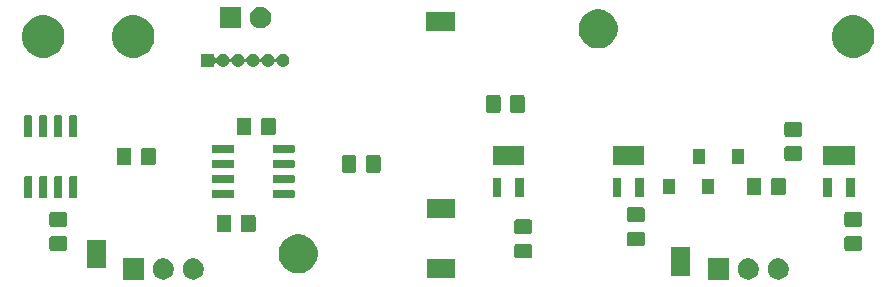
<source format=gbr>
G04 #@! TF.GenerationSoftware,KiCad,Pcbnew,(5.1.5)-3*
G04 #@! TF.CreationDate,2020-05-18T11:13:30-07:00*
G04 #@! TF.ProjectId,Conductivity_Sensor,436f6e64-7563-4746-9976-6974795f5365,rev?*
G04 #@! TF.SameCoordinates,Original*
G04 #@! TF.FileFunction,Soldermask,Top*
G04 #@! TF.FilePolarity,Negative*
%FSLAX46Y46*%
G04 Gerber Fmt 4.6, Leading zero omitted, Abs format (unit mm)*
G04 Created by KiCad (PCBNEW (5.1.5)-3) date 2020-05-18 11:13:30*
%MOMM*%
%LPD*%
G04 APERTURE LIST*
%ADD10C,0.100000*%
G04 APERTURE END LIST*
D10*
G36*
X167753512Y-73398927D02*
G01*
X167902812Y-73428624D01*
X168066784Y-73496544D01*
X168214354Y-73595147D01*
X168339853Y-73720646D01*
X168438456Y-73868216D01*
X168506376Y-74032188D01*
X168541000Y-74206259D01*
X168541000Y-74383741D01*
X168506376Y-74557812D01*
X168438456Y-74721784D01*
X168339853Y-74869354D01*
X168214354Y-74994853D01*
X168066784Y-75093456D01*
X167902812Y-75161376D01*
X167753512Y-75191073D01*
X167728742Y-75196000D01*
X167551258Y-75196000D01*
X167526488Y-75191073D01*
X167377188Y-75161376D01*
X167213216Y-75093456D01*
X167065646Y-74994853D01*
X166940147Y-74869354D01*
X166841544Y-74721784D01*
X166773624Y-74557812D01*
X166739000Y-74383741D01*
X166739000Y-74206259D01*
X166773624Y-74032188D01*
X166841544Y-73868216D01*
X166940147Y-73720646D01*
X167065646Y-73595147D01*
X167213216Y-73496544D01*
X167377188Y-73428624D01*
X167526488Y-73398927D01*
X167551258Y-73394000D01*
X167728742Y-73394000D01*
X167753512Y-73398927D01*
G37*
G36*
X165213512Y-73398927D02*
G01*
X165362812Y-73428624D01*
X165526784Y-73496544D01*
X165674354Y-73595147D01*
X165799853Y-73720646D01*
X165898456Y-73868216D01*
X165966376Y-74032188D01*
X166001000Y-74206259D01*
X166001000Y-74383741D01*
X165966376Y-74557812D01*
X165898456Y-74721784D01*
X165799853Y-74869354D01*
X165674354Y-74994853D01*
X165526784Y-75093456D01*
X165362812Y-75161376D01*
X165213512Y-75191073D01*
X165188742Y-75196000D01*
X165011258Y-75196000D01*
X164986488Y-75191073D01*
X164837188Y-75161376D01*
X164673216Y-75093456D01*
X164525646Y-74994853D01*
X164400147Y-74869354D01*
X164301544Y-74721784D01*
X164233624Y-74557812D01*
X164199000Y-74383741D01*
X164199000Y-74206259D01*
X164233624Y-74032188D01*
X164301544Y-73868216D01*
X164400147Y-73720646D01*
X164525646Y-73595147D01*
X164673216Y-73496544D01*
X164837188Y-73428624D01*
X164986488Y-73398927D01*
X165011258Y-73394000D01*
X165188742Y-73394000D01*
X165213512Y-73398927D01*
G37*
G36*
X163461000Y-75196000D02*
G01*
X161659000Y-75196000D01*
X161659000Y-73394000D01*
X163461000Y-73394000D01*
X163461000Y-75196000D01*
G37*
G36*
X118223512Y-73398927D02*
G01*
X118372812Y-73428624D01*
X118536784Y-73496544D01*
X118684354Y-73595147D01*
X118809853Y-73720646D01*
X118908456Y-73868216D01*
X118976376Y-74032188D01*
X119011000Y-74206259D01*
X119011000Y-74383741D01*
X118976376Y-74557812D01*
X118908456Y-74721784D01*
X118809853Y-74869354D01*
X118684354Y-74994853D01*
X118536784Y-75093456D01*
X118372812Y-75161376D01*
X118223512Y-75191073D01*
X118198742Y-75196000D01*
X118021258Y-75196000D01*
X117996488Y-75191073D01*
X117847188Y-75161376D01*
X117683216Y-75093456D01*
X117535646Y-74994853D01*
X117410147Y-74869354D01*
X117311544Y-74721784D01*
X117243624Y-74557812D01*
X117209000Y-74383741D01*
X117209000Y-74206259D01*
X117243624Y-74032188D01*
X117311544Y-73868216D01*
X117410147Y-73720646D01*
X117535646Y-73595147D01*
X117683216Y-73496544D01*
X117847188Y-73428624D01*
X117996488Y-73398927D01*
X118021258Y-73394000D01*
X118198742Y-73394000D01*
X118223512Y-73398927D01*
G37*
G36*
X113931000Y-75196000D02*
G01*
X112129000Y-75196000D01*
X112129000Y-73394000D01*
X113931000Y-73394000D01*
X113931000Y-75196000D01*
G37*
G36*
X115683512Y-73398927D02*
G01*
X115832812Y-73428624D01*
X115996784Y-73496544D01*
X116144354Y-73595147D01*
X116269853Y-73720646D01*
X116368456Y-73868216D01*
X116436376Y-74032188D01*
X116471000Y-74206259D01*
X116471000Y-74383741D01*
X116436376Y-74557812D01*
X116368456Y-74721784D01*
X116269853Y-74869354D01*
X116144354Y-74994853D01*
X115996784Y-75093456D01*
X115832812Y-75161376D01*
X115683512Y-75191073D01*
X115658742Y-75196000D01*
X115481258Y-75196000D01*
X115456488Y-75191073D01*
X115307188Y-75161376D01*
X115143216Y-75093456D01*
X114995646Y-74994853D01*
X114870147Y-74869354D01*
X114771544Y-74721784D01*
X114703624Y-74557812D01*
X114669000Y-74383741D01*
X114669000Y-74206259D01*
X114703624Y-74032188D01*
X114771544Y-73868216D01*
X114870147Y-73720646D01*
X114995646Y-73595147D01*
X115143216Y-73496544D01*
X115307188Y-73428624D01*
X115456488Y-73398927D01*
X115481258Y-73394000D01*
X115658742Y-73394000D01*
X115683512Y-73398927D01*
G37*
G36*
X140266000Y-75096000D02*
G01*
X137864000Y-75096000D01*
X137864000Y-73494000D01*
X140266000Y-73494000D01*
X140266000Y-75096000D01*
G37*
G36*
X160186000Y-74861000D02*
G01*
X158584000Y-74861000D01*
X158584000Y-72459000D01*
X160186000Y-72459000D01*
X160186000Y-74861000D01*
G37*
G36*
X127375256Y-71416298D02*
G01*
X127481579Y-71437447D01*
X127678465Y-71519000D01*
X127761674Y-71553466D01*
X127782042Y-71561903D01*
X128052451Y-71742585D01*
X128282415Y-71972549D01*
X128463097Y-72242958D01*
X128587553Y-72543421D01*
X128591515Y-72563339D01*
X128651000Y-72862389D01*
X128651000Y-73187611D01*
X128631620Y-73285038D01*
X128587553Y-73506579D01*
X128463097Y-73807042D01*
X128282415Y-74077451D01*
X128052451Y-74307415D01*
X127782042Y-74488097D01*
X127481579Y-74612553D01*
X127375256Y-74633702D01*
X127162611Y-74676000D01*
X126837389Y-74676000D01*
X126624744Y-74633702D01*
X126518421Y-74612553D01*
X126217958Y-74488097D01*
X125947549Y-74307415D01*
X125717585Y-74077451D01*
X125536903Y-73807042D01*
X125412447Y-73506579D01*
X125368380Y-73285038D01*
X125349000Y-73187611D01*
X125349000Y-72862389D01*
X125408485Y-72563339D01*
X125412447Y-72543421D01*
X125536903Y-72242958D01*
X125717585Y-71972549D01*
X125947549Y-71742585D01*
X126217958Y-71561903D01*
X126238327Y-71553466D01*
X126321535Y-71519000D01*
X126518421Y-71437447D01*
X126624744Y-71416298D01*
X126837389Y-71374000D01*
X127162611Y-71374000D01*
X127375256Y-71416298D01*
G37*
G36*
X110732200Y-74241000D02*
G01*
X109130200Y-74241000D01*
X109130200Y-71839000D01*
X110732200Y-71839000D01*
X110732200Y-74241000D01*
G37*
G36*
X146638674Y-72158465D02*
G01*
X146676367Y-72169899D01*
X146711103Y-72188466D01*
X146741548Y-72213452D01*
X146766534Y-72243897D01*
X146785101Y-72278633D01*
X146796535Y-72316326D01*
X146801000Y-72361661D01*
X146801000Y-73198339D01*
X146796535Y-73243674D01*
X146785101Y-73281367D01*
X146766534Y-73316103D01*
X146741548Y-73346548D01*
X146711103Y-73371534D01*
X146676367Y-73390101D01*
X146638674Y-73401535D01*
X146593339Y-73406000D01*
X145506661Y-73406000D01*
X145461326Y-73401535D01*
X145423633Y-73390101D01*
X145388897Y-73371534D01*
X145358452Y-73346548D01*
X145333466Y-73316103D01*
X145314899Y-73281367D01*
X145303465Y-73243674D01*
X145299000Y-73198339D01*
X145299000Y-72361661D01*
X145303465Y-72316326D01*
X145314899Y-72278633D01*
X145333466Y-72243897D01*
X145358452Y-72213452D01*
X145388897Y-72188466D01*
X145423633Y-72169899D01*
X145461326Y-72158465D01*
X145506661Y-72154000D01*
X146593339Y-72154000D01*
X146638674Y-72158465D01*
G37*
G36*
X107268674Y-71523465D02*
G01*
X107306367Y-71534899D01*
X107341103Y-71553466D01*
X107371548Y-71578452D01*
X107396534Y-71608897D01*
X107415101Y-71643633D01*
X107426535Y-71681326D01*
X107431000Y-71726661D01*
X107431000Y-72563339D01*
X107426535Y-72608674D01*
X107415101Y-72646367D01*
X107396534Y-72681103D01*
X107371548Y-72711548D01*
X107341103Y-72736534D01*
X107306367Y-72755101D01*
X107268674Y-72766535D01*
X107223339Y-72771000D01*
X106136661Y-72771000D01*
X106091326Y-72766535D01*
X106053633Y-72755101D01*
X106018897Y-72736534D01*
X105988452Y-72711548D01*
X105963466Y-72681103D01*
X105944899Y-72646367D01*
X105933465Y-72608674D01*
X105929000Y-72563339D01*
X105929000Y-71726661D01*
X105933465Y-71681326D01*
X105944899Y-71643633D01*
X105963466Y-71608897D01*
X105988452Y-71578452D01*
X106018897Y-71553466D01*
X106053633Y-71534899D01*
X106091326Y-71523465D01*
X106136661Y-71519000D01*
X107223339Y-71519000D01*
X107268674Y-71523465D01*
G37*
G36*
X174578674Y-71523465D02*
G01*
X174616367Y-71534899D01*
X174651103Y-71553466D01*
X174681548Y-71578452D01*
X174706534Y-71608897D01*
X174725101Y-71643633D01*
X174736535Y-71681326D01*
X174741000Y-71726661D01*
X174741000Y-72563339D01*
X174736535Y-72608674D01*
X174725101Y-72646367D01*
X174706534Y-72681103D01*
X174681548Y-72711548D01*
X174651103Y-72736534D01*
X174616367Y-72755101D01*
X174578674Y-72766535D01*
X174533339Y-72771000D01*
X173446661Y-72771000D01*
X173401326Y-72766535D01*
X173363633Y-72755101D01*
X173328897Y-72736534D01*
X173298452Y-72711548D01*
X173273466Y-72681103D01*
X173254899Y-72646367D01*
X173243465Y-72608674D01*
X173239000Y-72563339D01*
X173239000Y-71726661D01*
X173243465Y-71681326D01*
X173254899Y-71643633D01*
X173273466Y-71608897D01*
X173298452Y-71578452D01*
X173328897Y-71553466D01*
X173363633Y-71534899D01*
X173401326Y-71523465D01*
X173446661Y-71519000D01*
X174533339Y-71519000D01*
X174578674Y-71523465D01*
G37*
G36*
X156163674Y-71133465D02*
G01*
X156201367Y-71144899D01*
X156236103Y-71163466D01*
X156266548Y-71188452D01*
X156291534Y-71218897D01*
X156310101Y-71253633D01*
X156321535Y-71291326D01*
X156326000Y-71336661D01*
X156326000Y-72173339D01*
X156321535Y-72218674D01*
X156310101Y-72256367D01*
X156291534Y-72291103D01*
X156266548Y-72321548D01*
X156236103Y-72346534D01*
X156201367Y-72365101D01*
X156163674Y-72376535D01*
X156118339Y-72381000D01*
X155031661Y-72381000D01*
X154986326Y-72376535D01*
X154948633Y-72365101D01*
X154913897Y-72346534D01*
X154883452Y-72321548D01*
X154858466Y-72291103D01*
X154839899Y-72256367D01*
X154828465Y-72218674D01*
X154824000Y-72173339D01*
X154824000Y-71336661D01*
X154828465Y-71291326D01*
X154839899Y-71253633D01*
X154858466Y-71218897D01*
X154883452Y-71188452D01*
X154913897Y-71163466D01*
X154948633Y-71144899D01*
X154986326Y-71133465D01*
X155031661Y-71129000D01*
X156118339Y-71129000D01*
X156163674Y-71133465D01*
G37*
G36*
X146638674Y-70108465D02*
G01*
X146676367Y-70119899D01*
X146711103Y-70138466D01*
X146741548Y-70163452D01*
X146766534Y-70193897D01*
X146785101Y-70228633D01*
X146796535Y-70266326D01*
X146801000Y-70311661D01*
X146801000Y-71148339D01*
X146796535Y-71193674D01*
X146785101Y-71231367D01*
X146766534Y-71266103D01*
X146741548Y-71296548D01*
X146711103Y-71321534D01*
X146676367Y-71340101D01*
X146638674Y-71351535D01*
X146593339Y-71356000D01*
X145506661Y-71356000D01*
X145461326Y-71351535D01*
X145423633Y-71340101D01*
X145388897Y-71321534D01*
X145358452Y-71296548D01*
X145333466Y-71266103D01*
X145314899Y-71231367D01*
X145303465Y-71193674D01*
X145299000Y-71148339D01*
X145299000Y-70311661D01*
X145303465Y-70266326D01*
X145314899Y-70228633D01*
X145333466Y-70193897D01*
X145358452Y-70163452D01*
X145388897Y-70138466D01*
X145423633Y-70119899D01*
X145461326Y-70108465D01*
X145506661Y-70104000D01*
X146593339Y-70104000D01*
X146638674Y-70108465D01*
G37*
G36*
X123221874Y-69713065D02*
G01*
X123259567Y-69724499D01*
X123294303Y-69743066D01*
X123324748Y-69768052D01*
X123349734Y-69798497D01*
X123368301Y-69833233D01*
X123379735Y-69870926D01*
X123384200Y-69916261D01*
X123384200Y-71002939D01*
X123379735Y-71048274D01*
X123368301Y-71085967D01*
X123349734Y-71120703D01*
X123324748Y-71151148D01*
X123294303Y-71176134D01*
X123259567Y-71194701D01*
X123221874Y-71206135D01*
X123176539Y-71210600D01*
X122339861Y-71210600D01*
X122294526Y-71206135D01*
X122256833Y-71194701D01*
X122222097Y-71176134D01*
X122191652Y-71151148D01*
X122166666Y-71120703D01*
X122148099Y-71085967D01*
X122136665Y-71048274D01*
X122132200Y-71002939D01*
X122132200Y-69916261D01*
X122136665Y-69870926D01*
X122148099Y-69833233D01*
X122166666Y-69798497D01*
X122191652Y-69768052D01*
X122222097Y-69743066D01*
X122256833Y-69724499D01*
X122294526Y-69713065D01*
X122339861Y-69708600D01*
X123176539Y-69708600D01*
X123221874Y-69713065D01*
G37*
G36*
X121171874Y-69713065D02*
G01*
X121209567Y-69724499D01*
X121244303Y-69743066D01*
X121274748Y-69768052D01*
X121299734Y-69798497D01*
X121318301Y-69833233D01*
X121329735Y-69870926D01*
X121334200Y-69916261D01*
X121334200Y-71002939D01*
X121329735Y-71048274D01*
X121318301Y-71085967D01*
X121299734Y-71120703D01*
X121274748Y-71151148D01*
X121244303Y-71176134D01*
X121209567Y-71194701D01*
X121171874Y-71206135D01*
X121126539Y-71210600D01*
X120289861Y-71210600D01*
X120244526Y-71206135D01*
X120206833Y-71194701D01*
X120172097Y-71176134D01*
X120141652Y-71151148D01*
X120116666Y-71120703D01*
X120098099Y-71085967D01*
X120086665Y-71048274D01*
X120082200Y-71002939D01*
X120082200Y-69916261D01*
X120086665Y-69870926D01*
X120098099Y-69833233D01*
X120116666Y-69798497D01*
X120141652Y-69768052D01*
X120172097Y-69743066D01*
X120206833Y-69724499D01*
X120244526Y-69713065D01*
X120289861Y-69708600D01*
X121126539Y-69708600D01*
X121171874Y-69713065D01*
G37*
G36*
X174578674Y-69473465D02*
G01*
X174616367Y-69484899D01*
X174651103Y-69503466D01*
X174681548Y-69528452D01*
X174706534Y-69558897D01*
X174725101Y-69593633D01*
X174736535Y-69631326D01*
X174741000Y-69676661D01*
X174741000Y-70513339D01*
X174736535Y-70558674D01*
X174725101Y-70596367D01*
X174706534Y-70631103D01*
X174681548Y-70661548D01*
X174651103Y-70686534D01*
X174616367Y-70705101D01*
X174578674Y-70716535D01*
X174533339Y-70721000D01*
X173446661Y-70721000D01*
X173401326Y-70716535D01*
X173363633Y-70705101D01*
X173328897Y-70686534D01*
X173298452Y-70661548D01*
X173273466Y-70631103D01*
X173254899Y-70596367D01*
X173243465Y-70558674D01*
X173239000Y-70513339D01*
X173239000Y-69676661D01*
X173243465Y-69631326D01*
X173254899Y-69593633D01*
X173273466Y-69558897D01*
X173298452Y-69528452D01*
X173328897Y-69503466D01*
X173363633Y-69484899D01*
X173401326Y-69473465D01*
X173446661Y-69469000D01*
X174533339Y-69469000D01*
X174578674Y-69473465D01*
G37*
G36*
X107268674Y-69473465D02*
G01*
X107306367Y-69484899D01*
X107341103Y-69503466D01*
X107371548Y-69528452D01*
X107396534Y-69558897D01*
X107415101Y-69593633D01*
X107426535Y-69631326D01*
X107431000Y-69676661D01*
X107431000Y-70513339D01*
X107426535Y-70558674D01*
X107415101Y-70596367D01*
X107396534Y-70631103D01*
X107371548Y-70661548D01*
X107341103Y-70686534D01*
X107306367Y-70705101D01*
X107268674Y-70716535D01*
X107223339Y-70721000D01*
X106136661Y-70721000D01*
X106091326Y-70716535D01*
X106053633Y-70705101D01*
X106018897Y-70686534D01*
X105988452Y-70661548D01*
X105963466Y-70631103D01*
X105944899Y-70596367D01*
X105933465Y-70558674D01*
X105929000Y-70513339D01*
X105929000Y-69676661D01*
X105933465Y-69631326D01*
X105944899Y-69593633D01*
X105963466Y-69558897D01*
X105988452Y-69528452D01*
X106018897Y-69503466D01*
X106053633Y-69484899D01*
X106091326Y-69473465D01*
X106136661Y-69469000D01*
X107223339Y-69469000D01*
X107268674Y-69473465D01*
G37*
G36*
X156163674Y-69083465D02*
G01*
X156201367Y-69094899D01*
X156236103Y-69113466D01*
X156266548Y-69138452D01*
X156291534Y-69168897D01*
X156310101Y-69203633D01*
X156321535Y-69241326D01*
X156326000Y-69286661D01*
X156326000Y-70123339D01*
X156321535Y-70168674D01*
X156310101Y-70206367D01*
X156291534Y-70241103D01*
X156266548Y-70271548D01*
X156236103Y-70296534D01*
X156201367Y-70315101D01*
X156163674Y-70326535D01*
X156118339Y-70331000D01*
X155031661Y-70331000D01*
X154986326Y-70326535D01*
X154948633Y-70315101D01*
X154913897Y-70296534D01*
X154883452Y-70271548D01*
X154858466Y-70241103D01*
X154839899Y-70206367D01*
X154828465Y-70168674D01*
X154824000Y-70123339D01*
X154824000Y-69286661D01*
X154828465Y-69241326D01*
X154839899Y-69203633D01*
X154858466Y-69168897D01*
X154883452Y-69138452D01*
X154913897Y-69113466D01*
X154948633Y-69094899D01*
X154986326Y-69083465D01*
X155031661Y-69079000D01*
X156118339Y-69079000D01*
X156163674Y-69083465D01*
G37*
G36*
X140266000Y-70016000D02*
G01*
X137864000Y-70016000D01*
X137864000Y-68414000D01*
X140266000Y-68414000D01*
X140266000Y-70016000D01*
G37*
G36*
X104399928Y-66456764D02*
G01*
X104421009Y-66463160D01*
X104440445Y-66473548D01*
X104457476Y-66487524D01*
X104471452Y-66504555D01*
X104481840Y-66523991D01*
X104488236Y-66545072D01*
X104491000Y-66573140D01*
X104491000Y-68186860D01*
X104488236Y-68214928D01*
X104481840Y-68236009D01*
X104471452Y-68255445D01*
X104457476Y-68272476D01*
X104440445Y-68286452D01*
X104421009Y-68296840D01*
X104399928Y-68303236D01*
X104371860Y-68306000D01*
X103908140Y-68306000D01*
X103880072Y-68303236D01*
X103858991Y-68296840D01*
X103839555Y-68286452D01*
X103822524Y-68272476D01*
X103808548Y-68255445D01*
X103798160Y-68236009D01*
X103791764Y-68214928D01*
X103789000Y-68186860D01*
X103789000Y-66573140D01*
X103791764Y-66545072D01*
X103798160Y-66523991D01*
X103808548Y-66504555D01*
X103822524Y-66487524D01*
X103839555Y-66473548D01*
X103858991Y-66463160D01*
X103880072Y-66456764D01*
X103908140Y-66454000D01*
X104371860Y-66454000D01*
X104399928Y-66456764D01*
G37*
G36*
X108209928Y-66456764D02*
G01*
X108231009Y-66463160D01*
X108250445Y-66473548D01*
X108267476Y-66487524D01*
X108281452Y-66504555D01*
X108291840Y-66523991D01*
X108298236Y-66545072D01*
X108301000Y-66573140D01*
X108301000Y-68186860D01*
X108298236Y-68214928D01*
X108291840Y-68236009D01*
X108281452Y-68255445D01*
X108267476Y-68272476D01*
X108250445Y-68286452D01*
X108231009Y-68296840D01*
X108209928Y-68303236D01*
X108181860Y-68306000D01*
X107718140Y-68306000D01*
X107690072Y-68303236D01*
X107668991Y-68296840D01*
X107649555Y-68286452D01*
X107632524Y-68272476D01*
X107618548Y-68255445D01*
X107608160Y-68236009D01*
X107601764Y-68214928D01*
X107599000Y-68186860D01*
X107599000Y-66573140D01*
X107601764Y-66545072D01*
X107608160Y-66523991D01*
X107618548Y-66504555D01*
X107632524Y-66487524D01*
X107649555Y-66473548D01*
X107668991Y-66463160D01*
X107690072Y-66456764D01*
X107718140Y-66454000D01*
X108181860Y-66454000D01*
X108209928Y-66456764D01*
G37*
G36*
X105669928Y-66456764D02*
G01*
X105691009Y-66463160D01*
X105710445Y-66473548D01*
X105727476Y-66487524D01*
X105741452Y-66504555D01*
X105751840Y-66523991D01*
X105758236Y-66545072D01*
X105761000Y-66573140D01*
X105761000Y-68186860D01*
X105758236Y-68214928D01*
X105751840Y-68236009D01*
X105741452Y-68255445D01*
X105727476Y-68272476D01*
X105710445Y-68286452D01*
X105691009Y-68296840D01*
X105669928Y-68303236D01*
X105641860Y-68306000D01*
X105178140Y-68306000D01*
X105150072Y-68303236D01*
X105128991Y-68296840D01*
X105109555Y-68286452D01*
X105092524Y-68272476D01*
X105078548Y-68255445D01*
X105068160Y-68236009D01*
X105061764Y-68214928D01*
X105059000Y-68186860D01*
X105059000Y-66573140D01*
X105061764Y-66545072D01*
X105068160Y-66523991D01*
X105078548Y-66504555D01*
X105092524Y-66487524D01*
X105109555Y-66473548D01*
X105128991Y-66463160D01*
X105150072Y-66456764D01*
X105178140Y-66454000D01*
X105641860Y-66454000D01*
X105669928Y-66456764D01*
G37*
G36*
X106939928Y-66456764D02*
G01*
X106961009Y-66463160D01*
X106980445Y-66473548D01*
X106997476Y-66487524D01*
X107011452Y-66504555D01*
X107021840Y-66523991D01*
X107028236Y-66545072D01*
X107031000Y-66573140D01*
X107031000Y-68186860D01*
X107028236Y-68214928D01*
X107021840Y-68236009D01*
X107011452Y-68255445D01*
X106997476Y-68272476D01*
X106980445Y-68286452D01*
X106961009Y-68296840D01*
X106939928Y-68303236D01*
X106911860Y-68306000D01*
X106448140Y-68306000D01*
X106420072Y-68303236D01*
X106398991Y-68296840D01*
X106379555Y-68286452D01*
X106362524Y-68272476D01*
X106348548Y-68255445D01*
X106338160Y-68236009D01*
X106331764Y-68214928D01*
X106329000Y-68186860D01*
X106329000Y-66573140D01*
X106331764Y-66545072D01*
X106338160Y-66523991D01*
X106348548Y-66504555D01*
X106362524Y-66487524D01*
X106379555Y-66473548D01*
X106398991Y-66463160D01*
X106420072Y-66456764D01*
X106448140Y-66454000D01*
X106911860Y-66454000D01*
X106939928Y-66456764D01*
G37*
G36*
X126599928Y-67596764D02*
G01*
X126621009Y-67603160D01*
X126640445Y-67613548D01*
X126657476Y-67627524D01*
X126671452Y-67644555D01*
X126681840Y-67663991D01*
X126688236Y-67685072D01*
X126691000Y-67713140D01*
X126691000Y-68176860D01*
X126688236Y-68204928D01*
X126681840Y-68226009D01*
X126671452Y-68245445D01*
X126657476Y-68262476D01*
X126640445Y-68276452D01*
X126621009Y-68286840D01*
X126599928Y-68293236D01*
X126571860Y-68296000D01*
X124958140Y-68296000D01*
X124930072Y-68293236D01*
X124908991Y-68286840D01*
X124889555Y-68276452D01*
X124872524Y-68262476D01*
X124858548Y-68245445D01*
X124848160Y-68226009D01*
X124841764Y-68204928D01*
X124839000Y-68176860D01*
X124839000Y-67713140D01*
X124841764Y-67685072D01*
X124848160Y-67663991D01*
X124858548Y-67644555D01*
X124872524Y-67627524D01*
X124889555Y-67613548D01*
X124908991Y-67603160D01*
X124930072Y-67596764D01*
X124958140Y-67594000D01*
X126571860Y-67594000D01*
X126599928Y-67596764D01*
G37*
G36*
X121449928Y-67596764D02*
G01*
X121471009Y-67603160D01*
X121490445Y-67613548D01*
X121507476Y-67627524D01*
X121521452Y-67644555D01*
X121531840Y-67663991D01*
X121538236Y-67685072D01*
X121541000Y-67713140D01*
X121541000Y-68176860D01*
X121538236Y-68204928D01*
X121531840Y-68226009D01*
X121521452Y-68245445D01*
X121507476Y-68262476D01*
X121490445Y-68276452D01*
X121471009Y-68286840D01*
X121449928Y-68293236D01*
X121421860Y-68296000D01*
X119808140Y-68296000D01*
X119780072Y-68293236D01*
X119758991Y-68286840D01*
X119739555Y-68276452D01*
X119722524Y-68262476D01*
X119708548Y-68245445D01*
X119698160Y-68226009D01*
X119691764Y-68204928D01*
X119689000Y-68176860D01*
X119689000Y-67713140D01*
X119691764Y-67685072D01*
X119698160Y-67663991D01*
X119708548Y-67644555D01*
X119722524Y-67627524D01*
X119739555Y-67613548D01*
X119758991Y-67603160D01*
X119780072Y-67596764D01*
X119808140Y-67594000D01*
X121421860Y-67594000D01*
X121449928Y-67596764D01*
G37*
G36*
X174126000Y-68221000D02*
G01*
X173374000Y-68221000D01*
X173374000Y-66559000D01*
X174126000Y-66559000D01*
X174126000Y-68221000D01*
G37*
G36*
X156266000Y-68221000D02*
G01*
X155514000Y-68221000D01*
X155514000Y-66559000D01*
X156266000Y-66559000D01*
X156266000Y-68221000D01*
G37*
G36*
X172226000Y-68221000D02*
G01*
X171474000Y-68221000D01*
X171474000Y-66559000D01*
X172226000Y-66559000D01*
X172226000Y-68221000D01*
G37*
G36*
X144206000Y-68221000D02*
G01*
X143454000Y-68221000D01*
X143454000Y-66559000D01*
X144206000Y-66559000D01*
X144206000Y-68221000D01*
G37*
G36*
X146106000Y-68221000D02*
G01*
X145354000Y-68221000D01*
X145354000Y-66559000D01*
X146106000Y-66559000D01*
X146106000Y-68221000D01*
G37*
G36*
X154366000Y-68221000D02*
G01*
X153614000Y-68221000D01*
X153614000Y-66559000D01*
X154366000Y-66559000D01*
X154366000Y-68221000D01*
G37*
G36*
X166053674Y-66563465D02*
G01*
X166091367Y-66574899D01*
X166126103Y-66593466D01*
X166156548Y-66618452D01*
X166181534Y-66648897D01*
X166200101Y-66683633D01*
X166211535Y-66721326D01*
X166216000Y-66766661D01*
X166216000Y-67853339D01*
X166211535Y-67898674D01*
X166200101Y-67936367D01*
X166181534Y-67971103D01*
X166156548Y-68001548D01*
X166126103Y-68026534D01*
X166091367Y-68045101D01*
X166053674Y-68056535D01*
X166008339Y-68061000D01*
X165171661Y-68061000D01*
X165126326Y-68056535D01*
X165088633Y-68045101D01*
X165053897Y-68026534D01*
X165023452Y-68001548D01*
X164998466Y-67971103D01*
X164979899Y-67936367D01*
X164968465Y-67898674D01*
X164964000Y-67853339D01*
X164964000Y-66766661D01*
X164968465Y-66721326D01*
X164979899Y-66683633D01*
X164998466Y-66648897D01*
X165023452Y-66618452D01*
X165053897Y-66593466D01*
X165088633Y-66574899D01*
X165126326Y-66563465D01*
X165171661Y-66559000D01*
X166008339Y-66559000D01*
X166053674Y-66563465D01*
G37*
G36*
X168103674Y-66563465D02*
G01*
X168141367Y-66574899D01*
X168176103Y-66593466D01*
X168206548Y-66618452D01*
X168231534Y-66648897D01*
X168250101Y-66683633D01*
X168261535Y-66721326D01*
X168266000Y-66766661D01*
X168266000Y-67853339D01*
X168261535Y-67898674D01*
X168250101Y-67936367D01*
X168231534Y-67971103D01*
X168206548Y-68001548D01*
X168176103Y-68026534D01*
X168141367Y-68045101D01*
X168103674Y-68056535D01*
X168058339Y-68061000D01*
X167221661Y-68061000D01*
X167176326Y-68056535D01*
X167138633Y-68045101D01*
X167103897Y-68026534D01*
X167073452Y-68001548D01*
X167048466Y-67971103D01*
X167029899Y-67936367D01*
X167018465Y-67898674D01*
X167014000Y-67853339D01*
X167014000Y-66766661D01*
X167018465Y-66721326D01*
X167029899Y-66683633D01*
X167048466Y-66648897D01*
X167073452Y-66618452D01*
X167103897Y-66593466D01*
X167138633Y-66574899D01*
X167176326Y-66563465D01*
X167221661Y-66559000D01*
X168058339Y-66559000D01*
X168103674Y-66563465D01*
G37*
G36*
X162171000Y-67961000D02*
G01*
X161169000Y-67961000D01*
X161169000Y-66659000D01*
X162171000Y-66659000D01*
X162171000Y-67961000D01*
G37*
G36*
X158871000Y-67961000D02*
G01*
X157869000Y-67961000D01*
X157869000Y-66659000D01*
X158871000Y-66659000D01*
X158871000Y-67961000D01*
G37*
G36*
X126599928Y-66326764D02*
G01*
X126621009Y-66333160D01*
X126640445Y-66343548D01*
X126657476Y-66357524D01*
X126671452Y-66374555D01*
X126681840Y-66393991D01*
X126688236Y-66415072D01*
X126691000Y-66443140D01*
X126691000Y-66906860D01*
X126688236Y-66934928D01*
X126681840Y-66956009D01*
X126671452Y-66975445D01*
X126657476Y-66992476D01*
X126640445Y-67006452D01*
X126621009Y-67016840D01*
X126599928Y-67023236D01*
X126571860Y-67026000D01*
X124958140Y-67026000D01*
X124930072Y-67023236D01*
X124908991Y-67016840D01*
X124889555Y-67006452D01*
X124872524Y-66992476D01*
X124858548Y-66975445D01*
X124848160Y-66956009D01*
X124841764Y-66934928D01*
X124839000Y-66906860D01*
X124839000Y-66443140D01*
X124841764Y-66415072D01*
X124848160Y-66393991D01*
X124858548Y-66374555D01*
X124872524Y-66357524D01*
X124889555Y-66343548D01*
X124908991Y-66333160D01*
X124930072Y-66326764D01*
X124958140Y-66324000D01*
X126571860Y-66324000D01*
X126599928Y-66326764D01*
G37*
G36*
X121449928Y-66326764D02*
G01*
X121471009Y-66333160D01*
X121490445Y-66343548D01*
X121507476Y-66357524D01*
X121521452Y-66374555D01*
X121531840Y-66393991D01*
X121538236Y-66415072D01*
X121541000Y-66443140D01*
X121541000Y-66906860D01*
X121538236Y-66934928D01*
X121531840Y-66956009D01*
X121521452Y-66975445D01*
X121507476Y-66992476D01*
X121490445Y-67006452D01*
X121471009Y-67016840D01*
X121449928Y-67023236D01*
X121421860Y-67026000D01*
X119808140Y-67026000D01*
X119780072Y-67023236D01*
X119758991Y-67016840D01*
X119739555Y-67006452D01*
X119722524Y-66992476D01*
X119708548Y-66975445D01*
X119698160Y-66956009D01*
X119691764Y-66934928D01*
X119689000Y-66906860D01*
X119689000Y-66443140D01*
X119691764Y-66415072D01*
X119698160Y-66393991D01*
X119708548Y-66374555D01*
X119722524Y-66357524D01*
X119739555Y-66343548D01*
X119758991Y-66333160D01*
X119780072Y-66326764D01*
X119808140Y-66324000D01*
X121421860Y-66324000D01*
X121449928Y-66326764D01*
G37*
G36*
X131763674Y-64658465D02*
G01*
X131801367Y-64669899D01*
X131836103Y-64688466D01*
X131866548Y-64713452D01*
X131891534Y-64743897D01*
X131910101Y-64778633D01*
X131921535Y-64816326D01*
X131926000Y-64861661D01*
X131926000Y-65948339D01*
X131921535Y-65993674D01*
X131910101Y-66031367D01*
X131891534Y-66066103D01*
X131866548Y-66096548D01*
X131836103Y-66121534D01*
X131801367Y-66140101D01*
X131763674Y-66151535D01*
X131718339Y-66156000D01*
X130881661Y-66156000D01*
X130836326Y-66151535D01*
X130798633Y-66140101D01*
X130763897Y-66121534D01*
X130733452Y-66096548D01*
X130708466Y-66066103D01*
X130689899Y-66031367D01*
X130678465Y-65993674D01*
X130674000Y-65948339D01*
X130674000Y-64861661D01*
X130678465Y-64816326D01*
X130689899Y-64778633D01*
X130708466Y-64743897D01*
X130733452Y-64713452D01*
X130763897Y-64688466D01*
X130798633Y-64669899D01*
X130836326Y-64658465D01*
X130881661Y-64654000D01*
X131718339Y-64654000D01*
X131763674Y-64658465D01*
G37*
G36*
X133813674Y-64658465D02*
G01*
X133851367Y-64669899D01*
X133886103Y-64688466D01*
X133916548Y-64713452D01*
X133941534Y-64743897D01*
X133960101Y-64778633D01*
X133971535Y-64816326D01*
X133976000Y-64861661D01*
X133976000Y-65948339D01*
X133971535Y-65993674D01*
X133960101Y-66031367D01*
X133941534Y-66066103D01*
X133916548Y-66096548D01*
X133886103Y-66121534D01*
X133851367Y-66140101D01*
X133813674Y-66151535D01*
X133768339Y-66156000D01*
X132931661Y-66156000D01*
X132886326Y-66151535D01*
X132848633Y-66140101D01*
X132813897Y-66121534D01*
X132783452Y-66096548D01*
X132758466Y-66066103D01*
X132739899Y-66031367D01*
X132728465Y-65993674D01*
X132724000Y-65948339D01*
X132724000Y-64861661D01*
X132728465Y-64816326D01*
X132739899Y-64778633D01*
X132758466Y-64743897D01*
X132783452Y-64713452D01*
X132813897Y-64688466D01*
X132848633Y-64669899D01*
X132886326Y-64658465D01*
X132931661Y-64654000D01*
X133768339Y-64654000D01*
X133813674Y-64658465D01*
G37*
G36*
X126599928Y-65056764D02*
G01*
X126621009Y-65063160D01*
X126640445Y-65073548D01*
X126657476Y-65087524D01*
X126671452Y-65104555D01*
X126681840Y-65123991D01*
X126688236Y-65145072D01*
X126691000Y-65173140D01*
X126691000Y-65636860D01*
X126688236Y-65664928D01*
X126681840Y-65686009D01*
X126671452Y-65705445D01*
X126657476Y-65722476D01*
X126640445Y-65736452D01*
X126621009Y-65746840D01*
X126599928Y-65753236D01*
X126571860Y-65756000D01*
X124958140Y-65756000D01*
X124930072Y-65753236D01*
X124908991Y-65746840D01*
X124889555Y-65736452D01*
X124872524Y-65722476D01*
X124858548Y-65705445D01*
X124848160Y-65686009D01*
X124841764Y-65664928D01*
X124839000Y-65636860D01*
X124839000Y-65173140D01*
X124841764Y-65145072D01*
X124848160Y-65123991D01*
X124858548Y-65104555D01*
X124872524Y-65087524D01*
X124889555Y-65073548D01*
X124908991Y-65063160D01*
X124930072Y-65056764D01*
X124958140Y-65054000D01*
X126571860Y-65054000D01*
X126599928Y-65056764D01*
G37*
G36*
X121449928Y-65056764D02*
G01*
X121471009Y-65063160D01*
X121490445Y-65073548D01*
X121507476Y-65087524D01*
X121521452Y-65104555D01*
X121531840Y-65123991D01*
X121538236Y-65145072D01*
X121541000Y-65173140D01*
X121541000Y-65636860D01*
X121538236Y-65664928D01*
X121531840Y-65686009D01*
X121521452Y-65705445D01*
X121507476Y-65722476D01*
X121490445Y-65736452D01*
X121471009Y-65746840D01*
X121449928Y-65753236D01*
X121421860Y-65756000D01*
X119808140Y-65756000D01*
X119780072Y-65753236D01*
X119758991Y-65746840D01*
X119739555Y-65736452D01*
X119722524Y-65722476D01*
X119708548Y-65705445D01*
X119698160Y-65686009D01*
X119691764Y-65664928D01*
X119689000Y-65636860D01*
X119689000Y-65173140D01*
X119691764Y-65145072D01*
X119698160Y-65123991D01*
X119708548Y-65104555D01*
X119722524Y-65087524D01*
X119739555Y-65073548D01*
X119758991Y-65063160D01*
X119780072Y-65056764D01*
X119808140Y-65054000D01*
X121421860Y-65054000D01*
X121449928Y-65056764D01*
G37*
G36*
X174126000Y-65521000D02*
G01*
X171474000Y-65521000D01*
X171474000Y-63859000D01*
X174126000Y-63859000D01*
X174126000Y-65521000D01*
G37*
G36*
X156266000Y-65521000D02*
G01*
X153614000Y-65521000D01*
X153614000Y-63859000D01*
X156266000Y-63859000D01*
X156266000Y-65521000D01*
G37*
G36*
X114763674Y-64023465D02*
G01*
X114801367Y-64034899D01*
X114836103Y-64053466D01*
X114866548Y-64078452D01*
X114891534Y-64108897D01*
X114910101Y-64143633D01*
X114921535Y-64181326D01*
X114926000Y-64226661D01*
X114926000Y-65313339D01*
X114921535Y-65358674D01*
X114910101Y-65396367D01*
X114891534Y-65431103D01*
X114866548Y-65461548D01*
X114836103Y-65486534D01*
X114801367Y-65505101D01*
X114763674Y-65516535D01*
X114718339Y-65521000D01*
X113881661Y-65521000D01*
X113836326Y-65516535D01*
X113798633Y-65505101D01*
X113763897Y-65486534D01*
X113733452Y-65461548D01*
X113708466Y-65431103D01*
X113689899Y-65396367D01*
X113678465Y-65358674D01*
X113674000Y-65313339D01*
X113674000Y-64226661D01*
X113678465Y-64181326D01*
X113689899Y-64143633D01*
X113708466Y-64108897D01*
X113733452Y-64078452D01*
X113763897Y-64053466D01*
X113798633Y-64034899D01*
X113836326Y-64023465D01*
X113881661Y-64019000D01*
X114718339Y-64019000D01*
X114763674Y-64023465D01*
G37*
G36*
X112713674Y-64023465D02*
G01*
X112751367Y-64034899D01*
X112786103Y-64053466D01*
X112816548Y-64078452D01*
X112841534Y-64108897D01*
X112860101Y-64143633D01*
X112871535Y-64181326D01*
X112876000Y-64226661D01*
X112876000Y-65313339D01*
X112871535Y-65358674D01*
X112860101Y-65396367D01*
X112841534Y-65431103D01*
X112816548Y-65461548D01*
X112786103Y-65486534D01*
X112751367Y-65505101D01*
X112713674Y-65516535D01*
X112668339Y-65521000D01*
X111831661Y-65521000D01*
X111786326Y-65516535D01*
X111748633Y-65505101D01*
X111713897Y-65486534D01*
X111683452Y-65461548D01*
X111658466Y-65431103D01*
X111639899Y-65396367D01*
X111628465Y-65358674D01*
X111624000Y-65313339D01*
X111624000Y-64226661D01*
X111628465Y-64181326D01*
X111639899Y-64143633D01*
X111658466Y-64108897D01*
X111683452Y-64078452D01*
X111713897Y-64053466D01*
X111748633Y-64034899D01*
X111786326Y-64023465D01*
X111831661Y-64019000D01*
X112668339Y-64019000D01*
X112713674Y-64023465D01*
G37*
G36*
X146106000Y-65521000D02*
G01*
X143454000Y-65521000D01*
X143454000Y-63859000D01*
X146106000Y-63859000D01*
X146106000Y-65521000D01*
G37*
G36*
X161411000Y-65421000D02*
G01*
X160409000Y-65421000D01*
X160409000Y-64119000D01*
X161411000Y-64119000D01*
X161411000Y-65421000D01*
G37*
G36*
X164711000Y-65421000D02*
G01*
X163709000Y-65421000D01*
X163709000Y-64119000D01*
X164711000Y-64119000D01*
X164711000Y-65421000D01*
G37*
G36*
X169498674Y-63903465D02*
G01*
X169536367Y-63914899D01*
X169571103Y-63933466D01*
X169601548Y-63958452D01*
X169626534Y-63988897D01*
X169645101Y-64023633D01*
X169656535Y-64061326D01*
X169661000Y-64106661D01*
X169661000Y-64943339D01*
X169656535Y-64988674D01*
X169645101Y-65026367D01*
X169626534Y-65061103D01*
X169601548Y-65091548D01*
X169571103Y-65116534D01*
X169536367Y-65135101D01*
X169498674Y-65146535D01*
X169453339Y-65151000D01*
X168366661Y-65151000D01*
X168321326Y-65146535D01*
X168283633Y-65135101D01*
X168248897Y-65116534D01*
X168218452Y-65091548D01*
X168193466Y-65061103D01*
X168174899Y-65026367D01*
X168163465Y-64988674D01*
X168159000Y-64943339D01*
X168159000Y-64106661D01*
X168163465Y-64061326D01*
X168174899Y-64023633D01*
X168193466Y-63988897D01*
X168218452Y-63958452D01*
X168248897Y-63933466D01*
X168283633Y-63914899D01*
X168321326Y-63903465D01*
X168366661Y-63899000D01*
X169453339Y-63899000D01*
X169498674Y-63903465D01*
G37*
G36*
X126599928Y-63786764D02*
G01*
X126621009Y-63793160D01*
X126640445Y-63803548D01*
X126657476Y-63817524D01*
X126671452Y-63834555D01*
X126681840Y-63853991D01*
X126688236Y-63875072D01*
X126691000Y-63903140D01*
X126691000Y-64366860D01*
X126688236Y-64394928D01*
X126681840Y-64416009D01*
X126671452Y-64435445D01*
X126657476Y-64452476D01*
X126640445Y-64466452D01*
X126621009Y-64476840D01*
X126599928Y-64483236D01*
X126571860Y-64486000D01*
X124958140Y-64486000D01*
X124930072Y-64483236D01*
X124908991Y-64476840D01*
X124889555Y-64466452D01*
X124872524Y-64452476D01*
X124858548Y-64435445D01*
X124848160Y-64416009D01*
X124841764Y-64394928D01*
X124839000Y-64366860D01*
X124839000Y-63903140D01*
X124841764Y-63875072D01*
X124848160Y-63853991D01*
X124858548Y-63834555D01*
X124872524Y-63817524D01*
X124889555Y-63803548D01*
X124908991Y-63793160D01*
X124930072Y-63786764D01*
X124958140Y-63784000D01*
X126571860Y-63784000D01*
X126599928Y-63786764D01*
G37*
G36*
X121449928Y-63786764D02*
G01*
X121471009Y-63793160D01*
X121490445Y-63803548D01*
X121507476Y-63817524D01*
X121521452Y-63834555D01*
X121531840Y-63853991D01*
X121538236Y-63875072D01*
X121541000Y-63903140D01*
X121541000Y-64366860D01*
X121538236Y-64394928D01*
X121531840Y-64416009D01*
X121521452Y-64435445D01*
X121507476Y-64452476D01*
X121490445Y-64466452D01*
X121471009Y-64476840D01*
X121449928Y-64483236D01*
X121421860Y-64486000D01*
X119808140Y-64486000D01*
X119780072Y-64483236D01*
X119758991Y-64476840D01*
X119739555Y-64466452D01*
X119722524Y-64452476D01*
X119708548Y-64435445D01*
X119698160Y-64416009D01*
X119691764Y-64394928D01*
X119689000Y-64366860D01*
X119689000Y-63903140D01*
X119691764Y-63875072D01*
X119698160Y-63853991D01*
X119708548Y-63834555D01*
X119722524Y-63817524D01*
X119739555Y-63803548D01*
X119758991Y-63793160D01*
X119780072Y-63786764D01*
X119808140Y-63784000D01*
X121421860Y-63784000D01*
X121449928Y-63786764D01*
G37*
G36*
X106939928Y-61306764D02*
G01*
X106961009Y-61313160D01*
X106980445Y-61323548D01*
X106997476Y-61337524D01*
X107011452Y-61354555D01*
X107021840Y-61373991D01*
X107028236Y-61395072D01*
X107031000Y-61423140D01*
X107031000Y-63036860D01*
X107028236Y-63064928D01*
X107021840Y-63086009D01*
X107011452Y-63105445D01*
X106997476Y-63122476D01*
X106980445Y-63136452D01*
X106961009Y-63146840D01*
X106939928Y-63153236D01*
X106911860Y-63156000D01*
X106448140Y-63156000D01*
X106420072Y-63153236D01*
X106398991Y-63146840D01*
X106379555Y-63136452D01*
X106362524Y-63122476D01*
X106348548Y-63105445D01*
X106338160Y-63086009D01*
X106331764Y-63064928D01*
X106329000Y-63036860D01*
X106329000Y-61423140D01*
X106331764Y-61395072D01*
X106338160Y-61373991D01*
X106348548Y-61354555D01*
X106362524Y-61337524D01*
X106379555Y-61323548D01*
X106398991Y-61313160D01*
X106420072Y-61306764D01*
X106448140Y-61304000D01*
X106911860Y-61304000D01*
X106939928Y-61306764D01*
G37*
G36*
X104399928Y-61306764D02*
G01*
X104421009Y-61313160D01*
X104440445Y-61323548D01*
X104457476Y-61337524D01*
X104471452Y-61354555D01*
X104481840Y-61373991D01*
X104488236Y-61395072D01*
X104491000Y-61423140D01*
X104491000Y-63036860D01*
X104488236Y-63064928D01*
X104481840Y-63086009D01*
X104471452Y-63105445D01*
X104457476Y-63122476D01*
X104440445Y-63136452D01*
X104421009Y-63146840D01*
X104399928Y-63153236D01*
X104371860Y-63156000D01*
X103908140Y-63156000D01*
X103880072Y-63153236D01*
X103858991Y-63146840D01*
X103839555Y-63136452D01*
X103822524Y-63122476D01*
X103808548Y-63105445D01*
X103798160Y-63086009D01*
X103791764Y-63064928D01*
X103789000Y-63036860D01*
X103789000Y-61423140D01*
X103791764Y-61395072D01*
X103798160Y-61373991D01*
X103808548Y-61354555D01*
X103822524Y-61337524D01*
X103839555Y-61323548D01*
X103858991Y-61313160D01*
X103880072Y-61306764D01*
X103908140Y-61304000D01*
X104371860Y-61304000D01*
X104399928Y-61306764D01*
G37*
G36*
X105669928Y-61306764D02*
G01*
X105691009Y-61313160D01*
X105710445Y-61323548D01*
X105727476Y-61337524D01*
X105741452Y-61354555D01*
X105751840Y-61373991D01*
X105758236Y-61395072D01*
X105761000Y-61423140D01*
X105761000Y-63036860D01*
X105758236Y-63064928D01*
X105751840Y-63086009D01*
X105741452Y-63105445D01*
X105727476Y-63122476D01*
X105710445Y-63136452D01*
X105691009Y-63146840D01*
X105669928Y-63153236D01*
X105641860Y-63156000D01*
X105178140Y-63156000D01*
X105150072Y-63153236D01*
X105128991Y-63146840D01*
X105109555Y-63136452D01*
X105092524Y-63122476D01*
X105078548Y-63105445D01*
X105068160Y-63086009D01*
X105061764Y-63064928D01*
X105059000Y-63036860D01*
X105059000Y-61423140D01*
X105061764Y-61395072D01*
X105068160Y-61373991D01*
X105078548Y-61354555D01*
X105092524Y-61337524D01*
X105109555Y-61323548D01*
X105128991Y-61313160D01*
X105150072Y-61306764D01*
X105178140Y-61304000D01*
X105641860Y-61304000D01*
X105669928Y-61306764D01*
G37*
G36*
X108209928Y-61306764D02*
G01*
X108231009Y-61313160D01*
X108250445Y-61323548D01*
X108267476Y-61337524D01*
X108281452Y-61354555D01*
X108291840Y-61373991D01*
X108298236Y-61395072D01*
X108301000Y-61423140D01*
X108301000Y-63036860D01*
X108298236Y-63064928D01*
X108291840Y-63086009D01*
X108281452Y-63105445D01*
X108267476Y-63122476D01*
X108250445Y-63136452D01*
X108231009Y-63146840D01*
X108209928Y-63153236D01*
X108181860Y-63156000D01*
X107718140Y-63156000D01*
X107690072Y-63153236D01*
X107668991Y-63146840D01*
X107649555Y-63136452D01*
X107632524Y-63122476D01*
X107618548Y-63105445D01*
X107608160Y-63086009D01*
X107601764Y-63064928D01*
X107599000Y-63036860D01*
X107599000Y-61423140D01*
X107601764Y-61395072D01*
X107608160Y-61373991D01*
X107618548Y-61354555D01*
X107632524Y-61337524D01*
X107649555Y-61323548D01*
X107668991Y-61313160D01*
X107690072Y-61306764D01*
X107718140Y-61304000D01*
X108181860Y-61304000D01*
X108209928Y-61306764D01*
G37*
G36*
X169498674Y-61853465D02*
G01*
X169536367Y-61864899D01*
X169571103Y-61883466D01*
X169601548Y-61908452D01*
X169626534Y-61938897D01*
X169645101Y-61973633D01*
X169656535Y-62011326D01*
X169661000Y-62056661D01*
X169661000Y-62893339D01*
X169656535Y-62938674D01*
X169645101Y-62976367D01*
X169626534Y-63011103D01*
X169601548Y-63041548D01*
X169571103Y-63066534D01*
X169536367Y-63085101D01*
X169498674Y-63096535D01*
X169453339Y-63101000D01*
X168366661Y-63101000D01*
X168321326Y-63096535D01*
X168283633Y-63085101D01*
X168248897Y-63066534D01*
X168218452Y-63041548D01*
X168193466Y-63011103D01*
X168174899Y-62976367D01*
X168163465Y-62938674D01*
X168159000Y-62893339D01*
X168159000Y-62056661D01*
X168163465Y-62011326D01*
X168174899Y-61973633D01*
X168193466Y-61938897D01*
X168218452Y-61908452D01*
X168248897Y-61883466D01*
X168283633Y-61864899D01*
X168321326Y-61853465D01*
X168366661Y-61849000D01*
X169453339Y-61849000D01*
X169498674Y-61853465D01*
G37*
G36*
X124923674Y-61483465D02*
G01*
X124961367Y-61494899D01*
X124996103Y-61513466D01*
X125026548Y-61538452D01*
X125051534Y-61568897D01*
X125070101Y-61603633D01*
X125081535Y-61641326D01*
X125086000Y-61686661D01*
X125086000Y-62773339D01*
X125081535Y-62818674D01*
X125070101Y-62856367D01*
X125051534Y-62891103D01*
X125026548Y-62921548D01*
X124996103Y-62946534D01*
X124961367Y-62965101D01*
X124923674Y-62976535D01*
X124878339Y-62981000D01*
X124041661Y-62981000D01*
X123996326Y-62976535D01*
X123958633Y-62965101D01*
X123923897Y-62946534D01*
X123893452Y-62921548D01*
X123868466Y-62891103D01*
X123849899Y-62856367D01*
X123838465Y-62818674D01*
X123834000Y-62773339D01*
X123834000Y-61686661D01*
X123838465Y-61641326D01*
X123849899Y-61603633D01*
X123868466Y-61568897D01*
X123893452Y-61538452D01*
X123923897Y-61513466D01*
X123958633Y-61494899D01*
X123996326Y-61483465D01*
X124041661Y-61479000D01*
X124878339Y-61479000D01*
X124923674Y-61483465D01*
G37*
G36*
X122873674Y-61483465D02*
G01*
X122911367Y-61494899D01*
X122946103Y-61513466D01*
X122976548Y-61538452D01*
X123001534Y-61568897D01*
X123020101Y-61603633D01*
X123031535Y-61641326D01*
X123036000Y-61686661D01*
X123036000Y-62773339D01*
X123031535Y-62818674D01*
X123020101Y-62856367D01*
X123001534Y-62891103D01*
X122976548Y-62921548D01*
X122946103Y-62946534D01*
X122911367Y-62965101D01*
X122873674Y-62976535D01*
X122828339Y-62981000D01*
X121991661Y-62981000D01*
X121946326Y-62976535D01*
X121908633Y-62965101D01*
X121873897Y-62946534D01*
X121843452Y-62921548D01*
X121818466Y-62891103D01*
X121799899Y-62856367D01*
X121788465Y-62818674D01*
X121784000Y-62773339D01*
X121784000Y-61686661D01*
X121788465Y-61641326D01*
X121799899Y-61603633D01*
X121818466Y-61568897D01*
X121843452Y-61538452D01*
X121873897Y-61513466D01*
X121908633Y-61494899D01*
X121946326Y-61483465D01*
X121991661Y-61479000D01*
X122828339Y-61479000D01*
X122873674Y-61483465D01*
G37*
G36*
X146023674Y-59578465D02*
G01*
X146061367Y-59589899D01*
X146096103Y-59608466D01*
X146126548Y-59633452D01*
X146151534Y-59663897D01*
X146170101Y-59698633D01*
X146181535Y-59736326D01*
X146186000Y-59781661D01*
X146186000Y-60868339D01*
X146181535Y-60913674D01*
X146170101Y-60951367D01*
X146151534Y-60986103D01*
X146126548Y-61016548D01*
X146096103Y-61041534D01*
X146061367Y-61060101D01*
X146023674Y-61071535D01*
X145978339Y-61076000D01*
X145141661Y-61076000D01*
X145096326Y-61071535D01*
X145058633Y-61060101D01*
X145023897Y-61041534D01*
X144993452Y-61016548D01*
X144968466Y-60986103D01*
X144949899Y-60951367D01*
X144938465Y-60913674D01*
X144934000Y-60868339D01*
X144934000Y-59781661D01*
X144938465Y-59736326D01*
X144949899Y-59698633D01*
X144968466Y-59663897D01*
X144993452Y-59633452D01*
X145023897Y-59608466D01*
X145058633Y-59589899D01*
X145096326Y-59578465D01*
X145141661Y-59574000D01*
X145978339Y-59574000D01*
X146023674Y-59578465D01*
G37*
G36*
X143973674Y-59578465D02*
G01*
X144011367Y-59589899D01*
X144046103Y-59608466D01*
X144076548Y-59633452D01*
X144101534Y-59663897D01*
X144120101Y-59698633D01*
X144131535Y-59736326D01*
X144136000Y-59781661D01*
X144136000Y-60868339D01*
X144131535Y-60913674D01*
X144120101Y-60951367D01*
X144101534Y-60986103D01*
X144076548Y-61016548D01*
X144046103Y-61041534D01*
X144011367Y-61060101D01*
X143973674Y-61071535D01*
X143928339Y-61076000D01*
X143091661Y-61076000D01*
X143046326Y-61071535D01*
X143008633Y-61060101D01*
X142973897Y-61041534D01*
X142943452Y-61016548D01*
X142918466Y-60986103D01*
X142899899Y-60951367D01*
X142888465Y-60913674D01*
X142884000Y-60868339D01*
X142884000Y-59781661D01*
X142888465Y-59736326D01*
X142899899Y-59698633D01*
X142918466Y-59663897D01*
X142943452Y-59633452D01*
X142973897Y-59608466D01*
X143008633Y-59589899D01*
X143046326Y-59578465D01*
X143091661Y-59574000D01*
X143928339Y-59574000D01*
X143973674Y-59578465D01*
G37*
G36*
X119905600Y-56288818D02*
G01*
X119908002Y-56313204D01*
X119915115Y-56336653D01*
X119926666Y-56358264D01*
X119942211Y-56377206D01*
X119961153Y-56392751D01*
X119982764Y-56404302D01*
X120006213Y-56411415D01*
X120030599Y-56413817D01*
X120054985Y-56411415D01*
X120078434Y-56404302D01*
X120100045Y-56392751D01*
X120118987Y-56377206D01*
X120134532Y-56358264D01*
X120196609Y-56265360D01*
X120196610Y-56265358D01*
X120273358Y-56188610D01*
X120363604Y-56128310D01*
X120363605Y-56128309D01*
X120463879Y-56086774D01*
X120570330Y-56065600D01*
X120678870Y-56065600D01*
X120785321Y-56086774D01*
X120885595Y-56128309D01*
X120885596Y-56128310D01*
X120975842Y-56188610D01*
X121052590Y-56265358D01*
X121052591Y-56265360D01*
X121112891Y-56355605D01*
X121144116Y-56430989D01*
X121155667Y-56452600D01*
X121171212Y-56471541D01*
X121190154Y-56487087D01*
X121211765Y-56498638D01*
X121235214Y-56505751D01*
X121259600Y-56508153D01*
X121283986Y-56505751D01*
X121307435Y-56498638D01*
X121329046Y-56487087D01*
X121347987Y-56471542D01*
X121363533Y-56452600D01*
X121375084Y-56430989D01*
X121406309Y-56355605D01*
X121466609Y-56265360D01*
X121466610Y-56265358D01*
X121543358Y-56188610D01*
X121633604Y-56128310D01*
X121633605Y-56128309D01*
X121733879Y-56086774D01*
X121840330Y-56065600D01*
X121948870Y-56065600D01*
X122055321Y-56086774D01*
X122155595Y-56128309D01*
X122155596Y-56128310D01*
X122245842Y-56188610D01*
X122322590Y-56265358D01*
X122322591Y-56265360D01*
X122382891Y-56355605D01*
X122414116Y-56430989D01*
X122425667Y-56452600D01*
X122441212Y-56471541D01*
X122460154Y-56487087D01*
X122481765Y-56498638D01*
X122505214Y-56505751D01*
X122529600Y-56508153D01*
X122553986Y-56505751D01*
X122577435Y-56498638D01*
X122599046Y-56487087D01*
X122617987Y-56471542D01*
X122633533Y-56452600D01*
X122645084Y-56430989D01*
X122676309Y-56355605D01*
X122736609Y-56265360D01*
X122736610Y-56265358D01*
X122813358Y-56188610D01*
X122903604Y-56128310D01*
X122903605Y-56128309D01*
X123003879Y-56086774D01*
X123110330Y-56065600D01*
X123218870Y-56065600D01*
X123325321Y-56086774D01*
X123425595Y-56128309D01*
X123425596Y-56128310D01*
X123515842Y-56188610D01*
X123592590Y-56265358D01*
X123592591Y-56265360D01*
X123652891Y-56355605D01*
X123684116Y-56430989D01*
X123695667Y-56452600D01*
X123711212Y-56471541D01*
X123730154Y-56487087D01*
X123751765Y-56498638D01*
X123775214Y-56505751D01*
X123799600Y-56508153D01*
X123823986Y-56505751D01*
X123847435Y-56498638D01*
X123869046Y-56487087D01*
X123887987Y-56471542D01*
X123903533Y-56452600D01*
X123915084Y-56430989D01*
X123946309Y-56355605D01*
X124006609Y-56265360D01*
X124006610Y-56265358D01*
X124083358Y-56188610D01*
X124173604Y-56128310D01*
X124173605Y-56128309D01*
X124273879Y-56086774D01*
X124380330Y-56065600D01*
X124488870Y-56065600D01*
X124595321Y-56086774D01*
X124695595Y-56128309D01*
X124695596Y-56128310D01*
X124785842Y-56188610D01*
X124862590Y-56265358D01*
X124862591Y-56265360D01*
X124922891Y-56355605D01*
X124954116Y-56430989D01*
X124965667Y-56452600D01*
X124981212Y-56471541D01*
X125000154Y-56487087D01*
X125021765Y-56498638D01*
X125045214Y-56505751D01*
X125069600Y-56508153D01*
X125093986Y-56505751D01*
X125117435Y-56498638D01*
X125139046Y-56487087D01*
X125157987Y-56471542D01*
X125173533Y-56452600D01*
X125185084Y-56430989D01*
X125216309Y-56355605D01*
X125276609Y-56265360D01*
X125276610Y-56265358D01*
X125353358Y-56188610D01*
X125443604Y-56128310D01*
X125443605Y-56128309D01*
X125543879Y-56086774D01*
X125650330Y-56065600D01*
X125758870Y-56065600D01*
X125865321Y-56086774D01*
X125965595Y-56128309D01*
X125965596Y-56128310D01*
X126055842Y-56188610D01*
X126132590Y-56265358D01*
X126132591Y-56265360D01*
X126192891Y-56355605D01*
X126234426Y-56455879D01*
X126255600Y-56562330D01*
X126255600Y-56670870D01*
X126234426Y-56777321D01*
X126192891Y-56877595D01*
X126192890Y-56877596D01*
X126132590Y-56967842D01*
X126055842Y-57044590D01*
X126010412Y-57074945D01*
X125965595Y-57104891D01*
X125865321Y-57146426D01*
X125758870Y-57167600D01*
X125650330Y-57167600D01*
X125543879Y-57146426D01*
X125443605Y-57104891D01*
X125398788Y-57074945D01*
X125353358Y-57044590D01*
X125276610Y-56967842D01*
X125216310Y-56877596D01*
X125216309Y-56877595D01*
X125185084Y-56802211D01*
X125173533Y-56780600D01*
X125157988Y-56761659D01*
X125139046Y-56746113D01*
X125117435Y-56734562D01*
X125093986Y-56727449D01*
X125069600Y-56725047D01*
X125045214Y-56727449D01*
X125021765Y-56734562D01*
X125000154Y-56746113D01*
X124981213Y-56761658D01*
X124965667Y-56780600D01*
X124954116Y-56802211D01*
X124922891Y-56877595D01*
X124922890Y-56877596D01*
X124862590Y-56967842D01*
X124785842Y-57044590D01*
X124740412Y-57074945D01*
X124695595Y-57104891D01*
X124595321Y-57146426D01*
X124488870Y-57167600D01*
X124380330Y-57167600D01*
X124273879Y-57146426D01*
X124173605Y-57104891D01*
X124128788Y-57074945D01*
X124083358Y-57044590D01*
X124006610Y-56967842D01*
X123946310Y-56877596D01*
X123946309Y-56877595D01*
X123915084Y-56802211D01*
X123903533Y-56780600D01*
X123887988Y-56761659D01*
X123869046Y-56746113D01*
X123847435Y-56734562D01*
X123823986Y-56727449D01*
X123799600Y-56725047D01*
X123775214Y-56727449D01*
X123751765Y-56734562D01*
X123730154Y-56746113D01*
X123711213Y-56761658D01*
X123695667Y-56780600D01*
X123684116Y-56802211D01*
X123652891Y-56877595D01*
X123652890Y-56877596D01*
X123592590Y-56967842D01*
X123515842Y-57044590D01*
X123470412Y-57074945D01*
X123425595Y-57104891D01*
X123325321Y-57146426D01*
X123218870Y-57167600D01*
X123110330Y-57167600D01*
X123003879Y-57146426D01*
X122903605Y-57104891D01*
X122858788Y-57074945D01*
X122813358Y-57044590D01*
X122736610Y-56967842D01*
X122676310Y-56877596D01*
X122676309Y-56877595D01*
X122645084Y-56802211D01*
X122633533Y-56780600D01*
X122617988Y-56761659D01*
X122599046Y-56746113D01*
X122577435Y-56734562D01*
X122553986Y-56727449D01*
X122529600Y-56725047D01*
X122505214Y-56727449D01*
X122481765Y-56734562D01*
X122460154Y-56746113D01*
X122441213Y-56761658D01*
X122425667Y-56780600D01*
X122414116Y-56802211D01*
X122382891Y-56877595D01*
X122382890Y-56877596D01*
X122322590Y-56967842D01*
X122245842Y-57044590D01*
X122200412Y-57074945D01*
X122155595Y-57104891D01*
X122055321Y-57146426D01*
X121948870Y-57167600D01*
X121840330Y-57167600D01*
X121733879Y-57146426D01*
X121633605Y-57104891D01*
X121588788Y-57074945D01*
X121543358Y-57044590D01*
X121466610Y-56967842D01*
X121406310Y-56877596D01*
X121406309Y-56877595D01*
X121375084Y-56802211D01*
X121363533Y-56780600D01*
X121347988Y-56761659D01*
X121329046Y-56746113D01*
X121307435Y-56734562D01*
X121283986Y-56727449D01*
X121259600Y-56725047D01*
X121235214Y-56727449D01*
X121211765Y-56734562D01*
X121190154Y-56746113D01*
X121171213Y-56761658D01*
X121155667Y-56780600D01*
X121144116Y-56802211D01*
X121112891Y-56877595D01*
X121112890Y-56877596D01*
X121052590Y-56967842D01*
X120975842Y-57044590D01*
X120930412Y-57074945D01*
X120885595Y-57104891D01*
X120785321Y-57146426D01*
X120678870Y-57167600D01*
X120570330Y-57167600D01*
X120463879Y-57146426D01*
X120363605Y-57104891D01*
X120318788Y-57074945D01*
X120273358Y-57044590D01*
X120196610Y-56967842D01*
X120175612Y-56936416D01*
X120134532Y-56874936D01*
X120118986Y-56855994D01*
X120100044Y-56840449D01*
X120078433Y-56828898D01*
X120054985Y-56821785D01*
X120030598Y-56819383D01*
X120006212Y-56821785D01*
X119982763Y-56828898D01*
X119961153Y-56840449D01*
X119942211Y-56855995D01*
X119926666Y-56874937D01*
X119915115Y-56896548D01*
X119908002Y-56919996D01*
X119905600Y-56944382D01*
X119905600Y-57167600D01*
X118803600Y-57167600D01*
X118803600Y-56065600D01*
X119905600Y-56065600D01*
X119905600Y-56288818D01*
G37*
G36*
X105636905Y-52818789D02*
G01*
X105935350Y-52878153D01*
X106263122Y-53013921D01*
X106558109Y-53211025D01*
X106808975Y-53461891D01*
X107006079Y-53756878D01*
X107141847Y-54084650D01*
X107211060Y-54432611D01*
X107211060Y-54787389D01*
X107141847Y-55135350D01*
X107006079Y-55463122D01*
X106808975Y-55758109D01*
X106558109Y-56008975D01*
X106263122Y-56206079D01*
X105935350Y-56341847D01*
X105636905Y-56401211D01*
X105587390Y-56411060D01*
X105232610Y-56411060D01*
X105183095Y-56401211D01*
X104884650Y-56341847D01*
X104556878Y-56206079D01*
X104261891Y-56008975D01*
X104011025Y-55758109D01*
X103813921Y-55463122D01*
X103678153Y-55135350D01*
X103608940Y-54787389D01*
X103608940Y-54432611D01*
X103678153Y-54084650D01*
X103813921Y-53756878D01*
X104011025Y-53461891D01*
X104261891Y-53211025D01*
X104556878Y-53013921D01*
X104884650Y-52878153D01*
X105183095Y-52818789D01*
X105232610Y-52808940D01*
X105587390Y-52808940D01*
X105636905Y-52818789D01*
G37*
G36*
X113256905Y-52818789D02*
G01*
X113555350Y-52878153D01*
X113883122Y-53013921D01*
X114178109Y-53211025D01*
X114428975Y-53461891D01*
X114626079Y-53756878D01*
X114761847Y-54084650D01*
X114831060Y-54432611D01*
X114831060Y-54787389D01*
X114761847Y-55135350D01*
X114626079Y-55463122D01*
X114428975Y-55758109D01*
X114178109Y-56008975D01*
X113883122Y-56206079D01*
X113555350Y-56341847D01*
X113256905Y-56401211D01*
X113207390Y-56411060D01*
X112852610Y-56411060D01*
X112803095Y-56401211D01*
X112504650Y-56341847D01*
X112176878Y-56206079D01*
X111881891Y-56008975D01*
X111631025Y-55758109D01*
X111433921Y-55463122D01*
X111298153Y-55135350D01*
X111228940Y-54787389D01*
X111228940Y-54432611D01*
X111298153Y-54084650D01*
X111433921Y-53756878D01*
X111631025Y-53461891D01*
X111881891Y-53211025D01*
X112176878Y-53013921D01*
X112504650Y-52878153D01*
X112803095Y-52818789D01*
X112852610Y-52808940D01*
X113207390Y-52808940D01*
X113256905Y-52818789D01*
G37*
G36*
X174216905Y-52818789D02*
G01*
X174515350Y-52878153D01*
X174843122Y-53013921D01*
X175138109Y-53211025D01*
X175388975Y-53461891D01*
X175586079Y-53756878D01*
X175721847Y-54084650D01*
X175791060Y-54432611D01*
X175791060Y-54787389D01*
X175721847Y-55135350D01*
X175586079Y-55463122D01*
X175388975Y-55758109D01*
X175138109Y-56008975D01*
X174843122Y-56206079D01*
X174515350Y-56341847D01*
X174216905Y-56401211D01*
X174167390Y-56411060D01*
X173812610Y-56411060D01*
X173763095Y-56401211D01*
X173464650Y-56341847D01*
X173136878Y-56206079D01*
X172841891Y-56008975D01*
X172591025Y-55758109D01*
X172393921Y-55463122D01*
X172258153Y-55135350D01*
X172188940Y-54787389D01*
X172188940Y-54432611D01*
X172258153Y-54084650D01*
X172393921Y-53756878D01*
X172591025Y-53461891D01*
X172841891Y-53211025D01*
X173136878Y-53013921D01*
X173464650Y-52878153D01*
X173763095Y-52818789D01*
X173812610Y-52808940D01*
X174167390Y-52808940D01*
X174216905Y-52818789D01*
G37*
G36*
X152775256Y-52366298D02*
G01*
X152881579Y-52387447D01*
X153182042Y-52511903D01*
X153452451Y-52692585D01*
X153682415Y-52922549D01*
X153863097Y-53192958D01*
X153974493Y-53461891D01*
X153987553Y-53493422D01*
X154051000Y-53812389D01*
X154051000Y-54137611D01*
X154008702Y-54350256D01*
X153987553Y-54456579D01*
X153863097Y-54757042D01*
X153682415Y-55027451D01*
X153452451Y-55257415D01*
X153182042Y-55438097D01*
X153182041Y-55438098D01*
X153182040Y-55438098D01*
X153094037Y-55474550D01*
X152881579Y-55562553D01*
X152775256Y-55583702D01*
X152562611Y-55626000D01*
X152237389Y-55626000D01*
X152024744Y-55583702D01*
X151918421Y-55562553D01*
X151705963Y-55474550D01*
X151617960Y-55438098D01*
X151617959Y-55438098D01*
X151617958Y-55438097D01*
X151347549Y-55257415D01*
X151117585Y-55027451D01*
X150936903Y-54757042D01*
X150812447Y-54456579D01*
X150791298Y-54350256D01*
X150749000Y-54137611D01*
X150749000Y-53812389D01*
X150812447Y-53493422D01*
X150825508Y-53461891D01*
X150936903Y-53192958D01*
X151117585Y-52922549D01*
X151347549Y-52692585D01*
X151617958Y-52511903D01*
X151918421Y-52387447D01*
X152024744Y-52366298D01*
X152237389Y-52324000D01*
X152562611Y-52324000D01*
X152775256Y-52366298D01*
G37*
G36*
X140251000Y-54141000D02*
G01*
X137849000Y-54141000D01*
X137849000Y-52539000D01*
X140251000Y-52539000D01*
X140251000Y-54141000D01*
G37*
G36*
X122160600Y-53910800D02*
G01*
X120358600Y-53910800D01*
X120358600Y-52108800D01*
X122160600Y-52108800D01*
X122160600Y-53910800D01*
G37*
G36*
X123913112Y-52113727D02*
G01*
X124062412Y-52143424D01*
X124226384Y-52211344D01*
X124373954Y-52309947D01*
X124499453Y-52435446D01*
X124598056Y-52583016D01*
X124665976Y-52746988D01*
X124700600Y-52921059D01*
X124700600Y-53098541D01*
X124665976Y-53272612D01*
X124598056Y-53436584D01*
X124499453Y-53584154D01*
X124373954Y-53709653D01*
X124226384Y-53808256D01*
X124062412Y-53876176D01*
X123913112Y-53905873D01*
X123888342Y-53910800D01*
X123710858Y-53910800D01*
X123686088Y-53905873D01*
X123536788Y-53876176D01*
X123372816Y-53808256D01*
X123225246Y-53709653D01*
X123099747Y-53584154D01*
X123001144Y-53436584D01*
X122933224Y-53272612D01*
X122898600Y-53098541D01*
X122898600Y-52921059D01*
X122933224Y-52746988D01*
X123001144Y-52583016D01*
X123099747Y-52435446D01*
X123225246Y-52309947D01*
X123372816Y-52211344D01*
X123536788Y-52143424D01*
X123686088Y-52113727D01*
X123710858Y-52108800D01*
X123888342Y-52108800D01*
X123913112Y-52113727D01*
G37*
M02*

</source>
